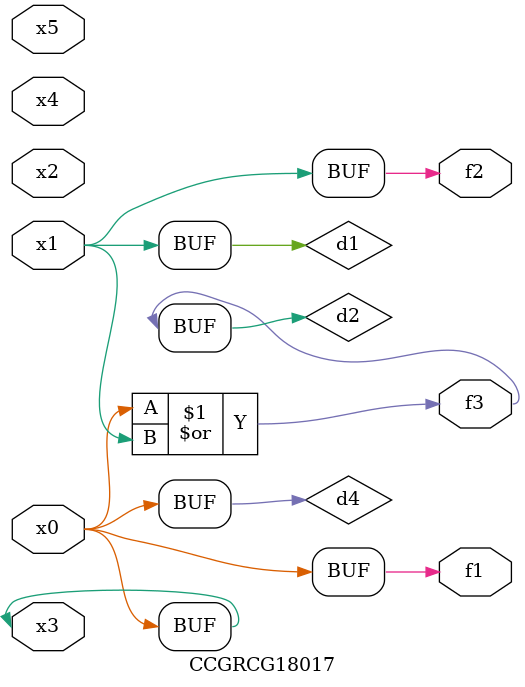
<source format=v>
module CCGRCG18017(
	input x0, x1, x2, x3, x4, x5,
	output f1, f2, f3
);

	wire d1, d2, d3, d4;

	and (d1, x1);
	or (d2, x0, x1);
	nand (d3, x0, x5);
	buf (d4, x0, x3);
	assign f1 = d4;
	assign f2 = d1;
	assign f3 = d2;
endmodule

</source>
